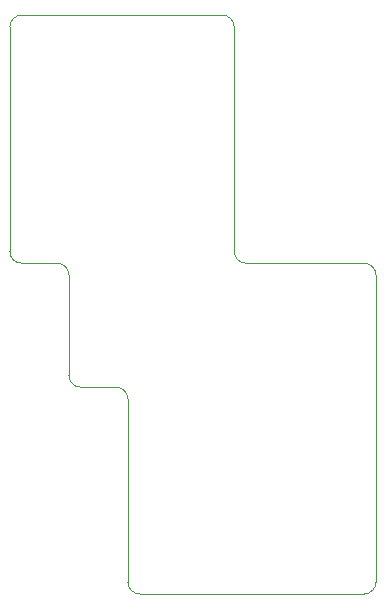
<source format=gm1>
%TF.GenerationSoftware,KiCad,Pcbnew,(7.0.0-122-g9f10c142c4)*%
%TF.CreationDate,2023-03-06T13:40:14+09:00*%
%TF.ProjectId,stepper,73746570-7065-4722-9e6b-696361645f70,rev?*%
%TF.SameCoordinates,Original*%
%TF.FileFunction,Profile,NP*%
%FSLAX46Y46*%
G04 Gerber Fmt 4.6, Leading zero omitted, Abs format (unit mm)*
G04 Created by KiCad (PCBNEW (7.0.0-122-g9f10c142c4)) date 2023-03-06 13:40:14*
%MOMM*%
%LPD*%
G01*
G04 APERTURE LIST*
%TA.AperFunction,Profile*%
%ADD10C,0.100000*%
%TD*%
G04 APERTURE END LIST*
D10*
X150000000Y-105000000D02*
G75*
G03*
X151000000Y-104000000I0J1000000D01*
G01*
X125000000Y-78000000D02*
G75*
G03*
X124000000Y-77000000I-1000000J0D01*
G01*
X124000000Y-77000000D02*
X121000000Y-77000000D01*
X120000000Y-76000000D02*
X120000000Y-57000000D01*
X130000000Y-104000000D02*
X130000000Y-88500000D01*
X139000000Y-76000000D02*
G75*
G03*
X140000000Y-77000000I1000000J0D01*
G01*
X130000000Y-104000000D02*
G75*
G03*
X131000000Y-105000000I1000000J0D01*
G01*
X120000000Y-76000000D02*
G75*
G03*
X121000000Y-77000000I1000000J0D01*
G01*
X125000000Y-86500000D02*
X125000000Y-78000000D01*
X121000000Y-56000000D02*
G75*
G03*
X120000000Y-57000000I0J-1000000D01*
G01*
X130000000Y-88500000D02*
G75*
G03*
X129000000Y-87500000I-1000000J0D01*
G01*
X150000000Y-105000000D02*
X131000000Y-105000000D01*
X150000000Y-77000000D02*
X140000000Y-77000000D01*
X129000000Y-87500000D02*
X126000000Y-87500000D01*
X139000000Y-76000000D02*
X139000000Y-57000000D01*
X151000000Y-78000000D02*
G75*
G03*
X150000000Y-77000000I-1000000J0D01*
G01*
X138000000Y-56000000D02*
X121000000Y-56000000D01*
X125000000Y-86500000D02*
G75*
G03*
X126000000Y-87500000I1000000J0D01*
G01*
X151000000Y-104000000D02*
X151000000Y-78000000D01*
X139000000Y-57000000D02*
G75*
G03*
X138000000Y-56000000I-1000000J0D01*
G01*
M02*

</source>
